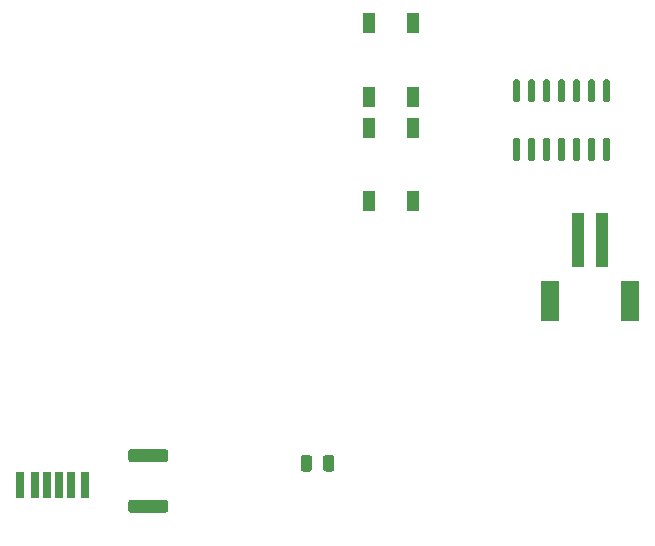
<source format=gbr>
%TF.GenerationSoftware,KiCad,Pcbnew,5.1.9+dfsg1-1*%
%TF.CreationDate,2021-12-20T12:13:36+01:00*%
%TF.ProjectId,RaspberryPi_UPS_HAT,52617370-6265-4727-9279-50695f555053,rev?*%
%TF.SameCoordinates,Original*%
%TF.FileFunction,Paste,Top*%
%TF.FilePolarity,Positive*%
%FSLAX46Y46*%
G04 Gerber Fmt 4.6, Leading zero omitted, Abs format (unit mm)*
G04 Created by KiCad (PCBNEW 5.1.9+dfsg1-1) date 2021-12-20 12:13:36*
%MOMM*%
%LPD*%
G01*
G04 APERTURE LIST*
%ADD10R,0.998220X4.599940*%
%ADD11R,1.597660X3.398520*%
%ADD12R,1.100000X1.800000*%
%ADD13R,0.800000X2.200000*%
%ADD14R,0.760000X2.200000*%
%ADD15R,0.700000X2.200000*%
G04 APERTURE END LIST*
D10*
%TO.C,J3*%
X110501780Y-66601760D03*
X112498220Y-66601760D03*
D11*
X114898520Y-71798600D03*
X108101480Y-71798600D03*
%TD*%
%TO.C,F1*%
G36*
G01*
X72649999Y-88575000D02*
X75550001Y-88575000D01*
G75*
G02*
X75800000Y-88824999I0J-249999D01*
G01*
X75800000Y-89450001D01*
G75*
G02*
X75550001Y-89700000I-249999J0D01*
G01*
X72649999Y-89700000D01*
G75*
G02*
X72400000Y-89450001I0J249999D01*
G01*
X72400000Y-88824999D01*
G75*
G02*
X72649999Y-88575000I249999J0D01*
G01*
G37*
G36*
G01*
X72649999Y-84300000D02*
X75550001Y-84300000D01*
G75*
G02*
X75800000Y-84549999I0J-249999D01*
G01*
X75800000Y-85175001D01*
G75*
G02*
X75550001Y-85425000I-249999J0D01*
G01*
X72649999Y-85425000D01*
G75*
G02*
X72400000Y-85175001I0J249999D01*
G01*
X72400000Y-84549999D01*
G75*
G02*
X72649999Y-84300000I249999J0D01*
G01*
G37*
%TD*%
D12*
%TO.C,SW2*%
X92800000Y-54450000D03*
X92800000Y-48250000D03*
X96500000Y-54450000D03*
X96500000Y-48250000D03*
%TD*%
%TO.C,SW1*%
X92800000Y-63300000D03*
X92800000Y-57100000D03*
X96500000Y-63300000D03*
X96500000Y-57100000D03*
%TD*%
%TO.C,U2*%
G36*
G01*
X112760000Y-53000000D02*
X113060000Y-53000000D01*
G75*
G02*
X113210000Y-53150000I0J-150000D01*
G01*
X113210000Y-54800000D01*
G75*
G02*
X113060000Y-54950000I-150000J0D01*
G01*
X112760000Y-54950000D01*
G75*
G02*
X112610000Y-54800000I0J150000D01*
G01*
X112610000Y-53150000D01*
G75*
G02*
X112760000Y-53000000I150000J0D01*
G01*
G37*
G36*
G01*
X111490000Y-53000000D02*
X111790000Y-53000000D01*
G75*
G02*
X111940000Y-53150000I0J-150000D01*
G01*
X111940000Y-54800000D01*
G75*
G02*
X111790000Y-54950000I-150000J0D01*
G01*
X111490000Y-54950000D01*
G75*
G02*
X111340000Y-54800000I0J150000D01*
G01*
X111340000Y-53150000D01*
G75*
G02*
X111490000Y-53000000I150000J0D01*
G01*
G37*
G36*
G01*
X110220000Y-53000000D02*
X110520000Y-53000000D01*
G75*
G02*
X110670000Y-53150000I0J-150000D01*
G01*
X110670000Y-54800000D01*
G75*
G02*
X110520000Y-54950000I-150000J0D01*
G01*
X110220000Y-54950000D01*
G75*
G02*
X110070000Y-54800000I0J150000D01*
G01*
X110070000Y-53150000D01*
G75*
G02*
X110220000Y-53000000I150000J0D01*
G01*
G37*
G36*
G01*
X108950000Y-53000000D02*
X109250000Y-53000000D01*
G75*
G02*
X109400000Y-53150000I0J-150000D01*
G01*
X109400000Y-54800000D01*
G75*
G02*
X109250000Y-54950000I-150000J0D01*
G01*
X108950000Y-54950000D01*
G75*
G02*
X108800000Y-54800000I0J150000D01*
G01*
X108800000Y-53150000D01*
G75*
G02*
X108950000Y-53000000I150000J0D01*
G01*
G37*
G36*
G01*
X107680000Y-53000000D02*
X107980000Y-53000000D01*
G75*
G02*
X108130000Y-53150000I0J-150000D01*
G01*
X108130000Y-54800000D01*
G75*
G02*
X107980000Y-54950000I-150000J0D01*
G01*
X107680000Y-54950000D01*
G75*
G02*
X107530000Y-54800000I0J150000D01*
G01*
X107530000Y-53150000D01*
G75*
G02*
X107680000Y-53000000I150000J0D01*
G01*
G37*
G36*
G01*
X106410000Y-53000000D02*
X106710000Y-53000000D01*
G75*
G02*
X106860000Y-53150000I0J-150000D01*
G01*
X106860000Y-54800000D01*
G75*
G02*
X106710000Y-54950000I-150000J0D01*
G01*
X106410000Y-54950000D01*
G75*
G02*
X106260000Y-54800000I0J150000D01*
G01*
X106260000Y-53150000D01*
G75*
G02*
X106410000Y-53000000I150000J0D01*
G01*
G37*
G36*
G01*
X105140000Y-53000000D02*
X105440000Y-53000000D01*
G75*
G02*
X105590000Y-53150000I0J-150000D01*
G01*
X105590000Y-54800000D01*
G75*
G02*
X105440000Y-54950000I-150000J0D01*
G01*
X105140000Y-54950000D01*
G75*
G02*
X104990000Y-54800000I0J150000D01*
G01*
X104990000Y-53150000D01*
G75*
G02*
X105140000Y-53000000I150000J0D01*
G01*
G37*
G36*
G01*
X105140000Y-57950000D02*
X105440000Y-57950000D01*
G75*
G02*
X105590000Y-58100000I0J-150000D01*
G01*
X105590000Y-59750000D01*
G75*
G02*
X105440000Y-59900000I-150000J0D01*
G01*
X105140000Y-59900000D01*
G75*
G02*
X104990000Y-59750000I0J150000D01*
G01*
X104990000Y-58100000D01*
G75*
G02*
X105140000Y-57950000I150000J0D01*
G01*
G37*
G36*
G01*
X106410000Y-57950000D02*
X106710000Y-57950000D01*
G75*
G02*
X106860000Y-58100000I0J-150000D01*
G01*
X106860000Y-59750000D01*
G75*
G02*
X106710000Y-59900000I-150000J0D01*
G01*
X106410000Y-59900000D01*
G75*
G02*
X106260000Y-59750000I0J150000D01*
G01*
X106260000Y-58100000D01*
G75*
G02*
X106410000Y-57950000I150000J0D01*
G01*
G37*
G36*
G01*
X107680000Y-57950000D02*
X107980000Y-57950000D01*
G75*
G02*
X108130000Y-58100000I0J-150000D01*
G01*
X108130000Y-59750000D01*
G75*
G02*
X107980000Y-59900000I-150000J0D01*
G01*
X107680000Y-59900000D01*
G75*
G02*
X107530000Y-59750000I0J150000D01*
G01*
X107530000Y-58100000D01*
G75*
G02*
X107680000Y-57950000I150000J0D01*
G01*
G37*
G36*
G01*
X108950000Y-57950000D02*
X109250000Y-57950000D01*
G75*
G02*
X109400000Y-58100000I0J-150000D01*
G01*
X109400000Y-59750000D01*
G75*
G02*
X109250000Y-59900000I-150000J0D01*
G01*
X108950000Y-59900000D01*
G75*
G02*
X108800000Y-59750000I0J150000D01*
G01*
X108800000Y-58100000D01*
G75*
G02*
X108950000Y-57950000I150000J0D01*
G01*
G37*
G36*
G01*
X110220000Y-57950000D02*
X110520000Y-57950000D01*
G75*
G02*
X110670000Y-58100000I0J-150000D01*
G01*
X110670000Y-59750000D01*
G75*
G02*
X110520000Y-59900000I-150000J0D01*
G01*
X110220000Y-59900000D01*
G75*
G02*
X110070000Y-59750000I0J150000D01*
G01*
X110070000Y-58100000D01*
G75*
G02*
X110220000Y-57950000I150000J0D01*
G01*
G37*
G36*
G01*
X111490000Y-57950000D02*
X111790000Y-57950000D01*
G75*
G02*
X111940000Y-58100000I0J-150000D01*
G01*
X111940000Y-59750000D01*
G75*
G02*
X111790000Y-59900000I-150000J0D01*
G01*
X111490000Y-59900000D01*
G75*
G02*
X111340000Y-59750000I0J150000D01*
G01*
X111340000Y-58100000D01*
G75*
G02*
X111490000Y-57950000I150000J0D01*
G01*
G37*
G36*
G01*
X112760000Y-57950000D02*
X113060000Y-57950000D01*
G75*
G02*
X113210000Y-58100000I0J-150000D01*
G01*
X113210000Y-59750000D01*
G75*
G02*
X113060000Y-59900000I-150000J0D01*
G01*
X112760000Y-59900000D01*
G75*
G02*
X112610000Y-59750000I0J150000D01*
G01*
X112610000Y-58100000D01*
G75*
G02*
X112760000Y-57950000I150000J0D01*
G01*
G37*
%TD*%
%TO.C,D4*%
G36*
G01*
X87987500Y-85043750D02*
X87987500Y-85956250D01*
G75*
G02*
X87743750Y-86200000I-243750J0D01*
G01*
X87256250Y-86200000D01*
G75*
G02*
X87012500Y-85956250I0J243750D01*
G01*
X87012500Y-85043750D01*
G75*
G02*
X87256250Y-84800000I243750J0D01*
G01*
X87743750Y-84800000D01*
G75*
G02*
X87987500Y-85043750I0J-243750D01*
G01*
G37*
G36*
G01*
X89862500Y-85043750D02*
X89862500Y-85956250D01*
G75*
G02*
X89618750Y-86200000I-243750J0D01*
G01*
X89131250Y-86200000D01*
G75*
G02*
X88887500Y-85956250I0J243750D01*
G01*
X88887500Y-85043750D01*
G75*
G02*
X89131250Y-84800000I243750J0D01*
G01*
X89618750Y-84800000D01*
G75*
G02*
X89862500Y-85043750I0J-243750D01*
G01*
G37*
%TD*%
D13*
%TO.C,J6*%
X63275000Y-87350000D03*
X68775000Y-87350000D03*
D14*
X64505000Y-87350000D03*
X67545000Y-87350000D03*
D15*
X65525000Y-87350000D03*
X66525000Y-87350000D03*
%TD*%
M02*

</source>
